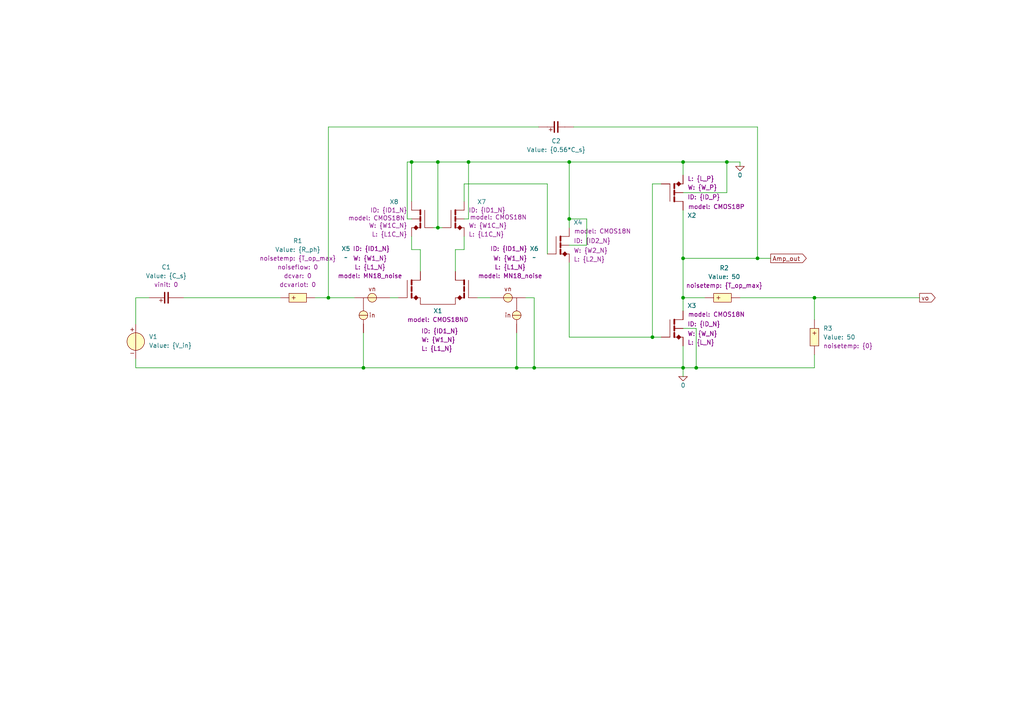
<source format=kicad_sch>
(kicad_sch (version 20250114) (generator "eeschema") (generator_version "9.0")
  (paper "A4")
  (lib_symbols
    (symbol "SLiCAP:C" (pin_numbers (hide yes)) (pin_names (offset 1.016) (hide yes))
      (property "Reference" "C?" (at 2.54 3.81 0))
      (property "Value" "?" (at 2.54 1.27 0) (show_name))
      (property "vinit" "0" (at 2.54 -1.27 0) (show_name))
      (symbol "C_0_0"
        (text "+" (at -0.762 1.651 0) (effects (font (size 1.27 1.27))))
      )
      (symbol "C_0_1"
        (polyline (pts (xy -1.524 0.508) (xy 1.524 0.508)) (stroke (width 0.381)))
        (polyline (pts (xy -1.524 -0.508) (xy 1.524 -0.508)) (stroke (width 0.381)))
        (polyline (pts (xy 0 2.54) (xy 0 0.508)))
        (polyline (pts (xy 0 -2.54) (xy 0 -0.508)))
      )
      (symbol "C_1_0"
        (pin passive line (at 0 5.08 270) (length 2.54) (name "1") (number "1"))
        (pin passive line (at 0 -5.08 90) (length 2.54) (name "2") (number "2"))
      )
    )
    (symbol "SLiCAP:GND" (power) (pin_numbers (hide yes)) (pin_names (offset 0) (hide yes))
      (property "Value" "0" (at 0 -2.54 0))
      (symbol "GND_0_1"
        (polyline (pts (xy -1.27 0) (xy 0 -1.27) (xy 1.27 0) (xy -1.27 0)))
      )
      (symbol "GND_1_1"
        (pin power_in line (at 0 0 0) (length 0) (name "~") (number "1"))
      )
    )
    (symbol "SLiCAP:M_noise" (pin_numbers (hide yes)) (pin_names (offset 0) (hide yes))
      (property "Reference" "X?" (at 2.54 9.525 0))
      (property "ID" "{ID}" (at 6.35 2.54 0) (show_name))
      (property "IG" "{IG}" (at 6.35 0 0) (show_name))
      (property "W" "{W}" (at 6.35 -2.54 0) (show_name))
      (property "L" "{L}" (at 6.35 -5.08 0) (show_name))
      (property "model" "?" (at 2.54 7.62 0) (show_name))
      (symbol "M_noise_0_0"
        (polyline (pts (xy -2.54 5.08) (xy -2.54 1.27)))
        (polyline (pts (xy -2.54 5.08) (xy 2.54 5.08)))
        (polyline (pts (xy -2.54 -1.27) (xy -2.54 -2.54)))
      )
      (symbol "M_noise_0_1"
        (polyline (pts (xy -3.81 0) (xy -1.27 0)))
      )
      (symbol "M_noise_1_0"
        (pin bidirectional line (at 5.08 5.08 180) (length 2.54) (name "int") (number "3"))
      )
      (symbol "M_noise_1_1"
        (circle (center -2.54 0) (radius 1.27) (fill (type background)))
        (circle (center 0 5.08) (radius 1.27) (fill (type background)))
        (text "vn" (at 0 7.62 0) (effects (font (size 1.27 1.27))))
        (text "in" (at 0 0 0) (effects (font (size 1.27 1.27))))
        (pin bidirectional line (at -5.08 5.08 0) (length 2.54) (name "ext") (number "1"))
        (pin bidirectional line (at -2.54 -5.08 90) (length 2.54) (name "comm") (number "2"))
      )
    )
    (symbol "SLiCAP:R" (pin_numbers (hide yes)) (pin_names (offset 1.016) (hide yes))
      (property "Reference" "R?" (at 1.905 3.81 0))
      (property "Value" "?" (at 1.905 1.905 0) (show_name))
      (property "noisetemp" "0" (at 1.905 0 0) (show_name))
      (property "noiseflow" "0" (at 15.24 0 0) (show_name))
      (property "dcvar" "0" (at 1.905 -1.905 0) (show_name))
      (property "dcvarlot" "0" (at 15.24 -1.905 0) (show_name))
      (symbol "R_0_0"
        (text "+" (at 0 1.27 0) (effects (font (size 1.27 1.27))))
      )
      (symbol "R_1_0"
        (pin passive line (at 0 5.08 270) (length 2.54) (name "1") (number "1"))
        (pin passive line (at 0 -5.08 90) (length 2.54) (name "2") (number "2"))
      )
      (symbol "R_1_1"
        (rectangle (start -1.27 2.54) (end 1.27 -2.54) (fill (type background)))
      )
    )
    (symbol "SLiCAP:V" (pin_numbers (hide yes)) (pin_names (offset 0) (hide yes))
      (property "Reference" "V?" (at 3.175 4.445 0))
      (property "Value" "?" (at 3.175 2.54 0) (show_name))
      (property "noise" "0" (at 3.175 -3.175 0) (show_name))
      (property "dc" "0" (at 3.175 0.635 0) (show_name))
      (property "dcvar" "0" (at 3.175 -1.27 0) (show_name))
      (symbol "V_0_0"
        (text "+" (at -1.016 3.556 0) (effects (font (size 1.27 1.27))))
        (text "-" (at -1.016 -3.302 0) (effects (font (size 1.27 1.27))))
        (pin power_out line (at 0 5.08 270) (length 2.54) (name "p") (number "1"))
        (pin power_out line (at 0 -5.08 90) (length 2.54) (name "n") (number "2"))
      )
      (symbol "V_0_1"
        (polyline (pts (xy 0 2.54) (xy 0 -2.54)))
      )
      (symbol "V_1_0"
        (circle (center 0 0) (radius 2.54) (fill (type background)))
      )
    )
    (symbol "SLiCAP:XM" (pin_numbers (hide yes)) (pin_names (offset 0) (hide yes))
      (property "Reference" "X?" (at 1.27 6.985 0))
      (property "model" "?" (at 1.27 5.08 0) (show_name))
      (property "W" "{W}" (at 1.27 -1.905 0) (show_name))
      (property "L" "{L}" (at 1.27 -4.445 0) (show_name))
      (property "ID" "{ID}" (at 1.27 2.54 0) (show_name))
      (symbol "XM_0_1"
        (polyline (pts (xy -3.81 -2.54) (xy -3.81 2.54)))
        (polyline (pts (xy -1.905 -2.54) (xy -1.27 -1.905) (xy -1.27 -3.175) (xy -1.905 -2.54)) (fill (type outline)))
        (polyline (pts (xy -0.635 -2.54) (xy -1.27 -1.905) (xy -1.27 -3.175) (xy -0.635 -2.54)) (fill (type outline)))
      )
      (symbol "XM_1_0"
        (pin unspecified line (at -6.35 -2.54 0) (length 2.54) (name "G") (number "2"))
        (pin unspecified line (at 0 5.08 270) (length 2.54) (name "D") (number "1"))
        (pin unspecified line (at 0 0 180) (length 2.54) (name "B") (number "4"))
        (pin unspecified line (at 0 -5.08 90) (length 2.54) (name "S") (number "3"))
      )
      (symbol "XM_1_1"
        (polyline (pts (xy -2.54 1.27) (xy -2.54 2.54)) (stroke (width 0.5)))
        (polyline (pts (xy -2.54 -0.635) (xy -2.54 0.635)) (stroke (width 0.5)))
        (polyline (pts (xy -2.54 -2.54) (xy -2.54 -1.27)) (stroke (width 0.5)))
        (polyline (pts (xy 0 2.54) (xy -2.54 2.54)))
        (polyline (pts (xy 0 -2.54) (xy -2.54 -2.54)))
      )
    )
    (symbol "SLiCAP:XMD" (pin_numbers (hide yes)) (pin_names (offset 0) (hide yes))
      (property "Reference" "X?" (at 1.905 1.27 0))
      (property "model" "?" (at 1.778 -1.016 0) (show_name))
      (property "W" "{W}" (at 15.24 1.905 0) (show_name))
      (property "L" "{L}" (at 15.24 -0.635 0) (show_name))
      (property "ID" "{ID}" (at 15.24 4.445 0) (show_name))
      (symbol "XMD_0_1"
        (polyline (pts (xy -3.81 -2.54) (xy -3.81 2.54)))
        (polyline (pts (xy -1.905 -2.54) (xy -1.27 -1.905) (xy -1.27 -3.175) (xy -1.905 -2.54)) (fill (type outline)))
        (polyline (pts (xy -0.635 -2.54) (xy -1.27 -1.905) (xy -1.27 -3.175) (xy -0.635 -2.54)) (fill (type outline)))
        (polyline (pts (xy 0 -2.54) (xy 0 -4.445) (xy 10.16 -4.445) (xy 10.16 -2.54)))
        (polyline (pts (xy 10.795 -2.54) (xy 11.43 -1.905) (xy 11.43 -3.175) (xy 10.795 -2.54)) (fill (type outline)))
        (polyline (pts (xy 12.065 -2.54) (xy 11.43 -1.905) (xy 11.43 -3.175) (xy 12.065 -2.54)) (fill (type outline)))
        (polyline (pts (xy 13.97 -2.54) (xy 13.97 2.54)))
      )
      (symbol "XMD_1_0"
        (pin unspecified line (at -6.35 -2.54 0) (length 2.54) (name "G1") (number "3"))
        (pin unspecified line (at 0 5.08 270) (length 2.54) (name "D1") (number "1"))
        (pin unspecified line (at 10.16 5.08 270) (length 2.54) (name "D2") (number "2"))
        (pin unspecified line (at 16.51 -2.54 180) (length 2.54) (name "G2") (number "4"))
      )
      (symbol "XMD_1_1"
        (polyline (pts (xy -2.54 1.27) (xy -2.54 2.54)) (stroke (width 0.5)))
        (polyline (pts (xy -2.54 -0.635) (xy -2.54 0.635)) (stroke (width 0.5)))
        (polyline (pts (xy -2.54 -2.54) (xy -2.54 -1.27)) (stroke (width 0.5)))
        (polyline (pts (xy 0 2.54) (xy -2.54 2.54)))
        (polyline (pts (xy 0 -2.54) (xy -2.54 -2.54)))
        (polyline (pts (xy 10.16 2.54) (xy 12.7 2.54)))
        (polyline (pts (xy 10.16 -2.54) (xy 12.7 -2.54)))
        (polyline (pts (xy 12.7 1.27) (xy 12.7 2.54)) (stroke (width 0.5)))
        (polyline (pts (xy 12.7 -0.635) (xy 12.7 0.635)) (stroke (width 0.5)))
        (polyline (pts (xy 12.7 -2.54) (xy 12.7 -1.27)) (stroke (width 0.5)))
      )
    )
  )
  (junction (at 127 46.99))
  (junction (at 127 66.04))
  (junction (at 201.93 106.68))
  (junction (at 219.71 74.93))
  (junction (at 135.89 46.99))
  (junction (at 198.12 86.36))
  (junction (at 198.12 74.93))
  (junction (at 165.1 63.5))
  (junction (at 198.12 46.99))
  (junction (at 165.1 46.99))
  (junction (at 119.38 46.99))
  (junction (at 198.12 106.68))
  (junction (at 154.94 106.68))
  (junction (at 236.22 86.36))
  (junction (at 189.23 97.79))
  (junction (at 210.82 46.99))
  (junction (at 105.41 106.68))
  (junction (at 95.25 86.36))
  (junction (at 149.86 106.68))
  (wire (pts (xy 154.94 106.68) (xy 198.12 106.68)))
  (wire (pts (xy 118.11 63.5) (xy 118.11 46.99)))
  (wire (pts (xy 236.22 86.36) (xy 266.7 86.36)))
  (wire (pts (xy 198.12 60.96) (xy 198.12 74.93)))
  (wire (pts (xy 214.63 48.26) (xy 214.63 46.99)))
  (wire (pts (xy 165.1 46.99) (xy 165.1 63.5)))
  (wire (pts (xy 154.94 86.36) (xy 154.94 106.68)))
  (wire (pts (xy 158.75 53.34) (xy 158.75 73.66)))
  (wire (pts (xy 198.12 106.68) (xy 198.12 109.22)))
  (wire (pts (xy 201.93 106.68) (xy 236.22 106.68)))
  (wire (pts (xy 127 46.99) (xy 135.89 46.99)))
  (wire (pts (xy 201.93 95.25) (xy 201.93 106.68)))
  (wire (pts (xy 214.63 86.36) (xy 236.22 86.36)))
  (wire (pts (xy 39.37 93.98) (xy 39.37 86.36)))
  (wire (pts (xy 134.62 72.39) (xy 134.62 68.58)))
  (wire (pts (xy 198.12 95.25) (xy 201.93 95.25)))
  (wire (pts (xy 198.12 86.36) (xy 204.47 86.36)))
  (wire (pts (xy 138.43 86.36) (xy 142.24 86.36)))
  (wire (pts (xy 132.08 72.39) (xy 134.62 72.39)))
  (wire (pts (xy 95.25 86.36) (xy 102.87 86.36)))
  (wire (pts (xy 198.12 74.93) (xy 198.12 86.36)))
  (wire (pts (xy 191.77 53.34) (xy 189.23 53.34)))
  (wire (pts (xy 219.71 36.83) (xy 219.71 74.93)))
  (wire (pts (xy 53.34 86.36) (xy 81.28 86.36)))
  (wire (pts (xy 165.1 97.79) (xy 189.23 97.79)))
  (wire (pts (xy 125.73 66.04) (xy 127 66.04)))
  (wire (pts (xy 134.62 53.34) (xy 158.75 53.34)))
  (wire (pts (xy 198.12 100.33) (xy 198.12 106.68)))
  (wire (pts (xy 121.92 72.39) (xy 119.38 72.39)))
  (wire (pts (xy 127 66.04) (xy 128.27 66.04)))
  (wire (pts (xy 236.22 86.36) (xy 236.22 92.71)))
  (wire (pts (xy 149.86 96.52) (xy 149.86 106.68)))
  (wire (pts (xy 105.41 96.52) (xy 105.41 106.68)))
  (wire (pts (xy 198.12 86.36) (xy 198.12 90.17)))
  (wire (pts (xy 170.18 63.5) (xy 165.1 63.5)))
  (wire (pts (xy 119.38 46.99) (xy 119.38 58.42)))
  (wire (pts (xy 210.82 46.99) (xy 214.63 46.99)))
  (wire (pts (xy 210.82 46.99) (xy 198.12 46.99)))
  (wire (pts (xy 91.44 86.36) (xy 95.25 86.36)))
  (wire (pts (xy 166.37 36.83) (xy 219.71 36.83)))
  (wire (pts (xy 113.03 86.36) (xy 115.57 86.36)))
  (wire (pts (xy 219.71 74.93) (xy 198.12 74.93)))
  (wire (pts (xy 105.41 106.68) (xy 149.86 106.68)))
  (wire (pts (xy 132.08 78.74) (xy 132.08 72.39)))
  (wire (pts (xy 121.92 78.74) (xy 121.92 72.39)))
  (wire (pts (xy 135.89 63.5) (xy 135.89 46.99)))
  (wire (pts (xy 135.89 46.99) (xy 165.1 46.99)))
  (wire (pts (xy 165.1 46.99) (xy 198.12 46.99)))
  (wire (pts (xy 152.4 86.36) (xy 154.94 86.36)))
  (wire (pts (xy 134.62 63.5) (xy 135.89 63.5)))
  (wire (pts (xy 223.52 74.93) (xy 219.71 74.93)))
  (wire (pts (xy 149.86 106.68) (xy 154.94 106.68)))
  (wire (pts (xy 119.38 72.39) (xy 119.38 68.58)))
  (wire (pts (xy 134.62 53.34) (xy 134.62 58.42)))
  (wire (pts (xy 189.23 97.79) (xy 191.77 97.79)))
  (wire (pts (xy 39.37 86.36) (xy 43.18 86.36)))
  (wire (pts (xy 119.38 46.99) (xy 127 46.99)))
  (wire (pts (xy 210.82 55.88) (xy 210.82 46.99)))
  (wire (pts (xy 198.12 106.68) (xy 201.93 106.68)))
  (wire (pts (xy 119.38 63.5) (xy 118.11 63.5)))
  (wire (pts (xy 198.12 46.99) (xy 198.12 50.8)))
  (wire (pts (xy 189.23 53.34) (xy 189.23 97.79)))
  (wire (pts (xy 198.12 55.88) (xy 210.82 55.88)))
  (wire (pts (xy 95.25 36.83) (xy 156.21 36.83)))
  (wire (pts (xy 118.11 46.99) (xy 119.38 46.99)))
  (wire (pts (xy 165.1 63.5) (xy 165.1 66.04)))
  (wire (pts (xy 170.18 71.12) (xy 170.18 63.5)))
  (wire (pts (xy 39.37 104.14) (xy 39.37 106.68)))
  (wire (pts (xy 39.37 106.68) (xy 105.41 106.68)))
  (wire (pts (xy 127 46.99) (xy 127 66.04)))
  (wire (pts (xy 95.25 36.83) (xy 95.25 86.36)))
  (wire (pts (xy 236.22 102.87) (xy 236.22 106.68)))
  (wire (pts (xy 170.18 71.12) (xy 165.1 71.12)))
  (wire (pts (xy 165.1 76.2) (xy 165.1 97.79)))
  (global_label "vo" (shape output) (at 266.7 86.36 0) (property "Intersheetrefs" "${INTERSHEET_REFS}" (effects (hide yes))))
  (global_label "Amp_out" (shape output) (at 223.52 74.93 0) (property "Intersheetrefs" "${INTERSHEET_REFS}" (effects (hide yes))))
  (symbol (lib_id "SLiCAP:C") (at 161.29 36.83 90) (unit 1)
    (property "Reference" "C2" (at 161.29 40.894 90))
    (property "Value" "{0.56*C_s}" (at 161.29 43.434 90) (show_name yes))
    (property "Description" "Capacitor" (effects (hide yes)))
    (property "model" "C" (effects (hide yes)))
    (property "vinit" "0" (effects (hide yes)))
  )
  (symbol (lib_id "SLiCAP:XM") (at 119.38 63.5 0) (mirror y) (unit 1)
    (property "Reference" "X8" (at 114.3 58.5468 0))
    (property "Description" "MOSFET (small-signal N or P channel subcircuit with parameters W,  L, and ID)" (effects (hide yes)))
    (property "model" "CMOS18N" (at 109.22 63.246 0) (show_name yes))
    (property "W" "{W1C_N}" (at 118.11 65.405 0) (show_name yes) (effects (justify left)))
    (property "L" "{L1C_N}" (at 118.11 67.945 0) (show_name yes) (effects (justify left)))
    (property "ID" "{ID1_N}" (at 118.11 60.96 0) (show_name yes) (effects (justify left)))
  )
  (symbol (lib_id "SLiCAP:GND") (at 198.12 109.22 0) (unit 1)
    (property "Reference" "#022" (effects (hide yes)))
    (property "Value" "0" (at 198.12 111.76 0))
    (property "Description" "0V reference potential" (effects (hide yes)))
  )
  (symbol (lib_id "SLiCAP:XM") (at 198.12 55.88 0) (mirror x) (unit 1)
    (property "Reference" "X2" (at 200.66 62.484 0))
    (property "Description" "MOSFET (small-signal N or P channel subcircuit with parameters W,  L, and ID)" (effects (hide yes)))
    (property "model" "CMOS18P" (at 207.772 59.944 0) (show_name yes))
    (property "W" "{W_P}" (at 199.39 54.356 0) (show_name yes) (effects (justify left)))
    (property "L" "{L_P}" (at 199.39 51.816 0) (show_name yes) (effects (justify left)))
    (property "ID" "{ID_P}" (at 199.39 57.15 0) (show_name yes) (effects (justify left)))
  )
  (symbol (lib_id "SLiCAP:C") (at 48.26 86.36 90) (unit 1)
    (property "Reference" "C1" (at 48.1937 77.47 90))
    (property "Value" "{C_s}" (at 48.1937 80.01 90) (show_name yes))
    (property "Description" "Capacitor" (effects (hide yes)))
    (property "model" "C" (effects (hide yes)))
    (property "vinit" "0" (at 48.1937 82.55 90) (show_name yes))
  )
  (symbol (lib_id "SLiCAP:XM") (at 198.12 95.25 0) (unit 1)
    (property "Reference" "X3" (at 200.66 88.646 0))
    (property "Description" "MOSFET (small-signal N or P channel subcircuit with parameters W,  L, and ID)" (effects (hide yes)))
    (property "model" "CMOS18N" (at 207.772 91.186 0) (show_name yes))
    (property "W" "{W_N}" (at 199.39 96.774 0) (show_name yes) (effects (justify left)))
    (property "L" "{L_N}" (at 199.39 99.314 0) (show_name yes) (effects (justify left)))
    (property "ID" "{ID_N}" (at 199.39 93.98 0) (show_name yes) (effects (justify left)))
  )
  (symbol (lib_id "SLiCAP:R") (at 236.22 97.79 0) (unit 1)
    (property "Reference" "R3" (at 238.76 95.2499 0) (effects (justify left)))
    (property "Value" "50" (at 238.76 97.7899 0) (show_name yes) (effects (justify left)))
    (property "Description" "Resistor (cannot have zero resistance)" (effects (hide yes)))
    (property "model" "R" (effects (hide yes)))
    (property "noisetemp" "{0}" (at 238.76 100.3299 0) (show_name yes) (effects (justify left)))
    (property "noiseflow" "0" (effects (hide yes)))
    (property "dcvar" "0" (effects (hide yes)))
    (property "dcvarlot" "0" (effects (hide yes)))
  )
  (symbol (lib_id "SLiCAP:XM") (at 134.62 63.5 0) (unit 1)
    (property "Reference" "X7" (at 139.7 58.5468 0))
    (property "Description" "MOSFET (small-signal N or P channel subcircuit with parameters W,  L, and ID)" (effects (hide yes)))
    (property "model" "CMOS18N" (at 144.526 62.992 0) (show_name yes))
    (property "W" "{W1C_N}" (at 135.89 65.405 0) (show_name yes) (effects (justify left)))
    (property "L" "{L1C_N}" (at 135.89 67.945 0) (show_name yes) (effects (justify left)))
    (property "ID" "{ID1_N}" (at 135.89 60.96 0) (show_name yes) (effects (justify left)))
  )
  (symbol (lib_id "SLiCAP:R") (at 86.36 86.36 90) (unit 1)
    (property "Reference" "R1" (at 86.36 69.85 90))
    (property "Value" "{R_ph}" (at 86.36 72.39 90) (show_name yes))
    (property "Description" "Resistor (cannot have zero resistance)" (effects (hide yes)))
    (property "model" "R" (effects (hide yes)))
    (property "noisetemp" "{T_op_max}" (at 86.36 74.93 90) (show_name yes))
    (property "noiseflow" "0" (at 86.36 77.47 90) (show_name yes))
    (property "dcvar" "0" (at 86.36 80.01 90) (show_name yes))
    (property "dcvarlot" "0" (at 86.36 82.55 90) (show_name yes))
  )
  (symbol (lib_id "SLiCAP:M_noise") (at 107.95 91.44 0) (unit 1)
    (property "Reference" "X5" (at 100.33 72.136 0))
    (property "Value" "~" (at 100.33 74.676 0))
    (property "Description" "Input-referred noise sources of a MOSFET (N or P channel, parameters W, L, ID, and IG)" (effects (hide yes)))
    (property "ID" "{ID1_N}" (at 107.696 72.136 0) (show_name yes))
    (property "IG" "{0}" (effects (hide yes)))
    (property "W" "{W1_N}" (at 107.315 74.93 0) (show_name yes))
    (property "L" "{L1_N}" (at 107.315 77.47 0) (show_name yes))
    (property "model" "MN18_noise" (at 107.315 80.01 0) (show_name yes))
  )
  (symbol (lib_id "SLiCAP:XM") (at 165.1 71.12 0) (unit 1)
    (property "Reference" "X4" (at 167.64 64.516 0))
    (property "Description" "MOSFET (small-signal N or P channel subcircuit with parameters W,  L, and ID)" (effects (hide yes)))
    (property "model" "CMOS18N" (at 174.752 67.056 0) (show_name yes))
    (property "W" "{W2_N}" (at 166.37 72.644 0) (show_name yes) (effects (justify left)))
    (property "L" "{L2_N}" (at 166.37 75.184 0) (show_name yes) (effects (justify left)))
    (property "ID" "{ID2_N}" (at 166.37 69.85 0) (show_name yes) (effects (justify left)))
  )
  (symbol (lib_id "SLiCAP:XMD") (at 121.92 83.82 0) (unit 1)
    (property "Reference" "X1" (at 127 90.17 0))
    (property "Description" "Differential-pair MOSFET (small-signal N or P channel subcircuit with parameters W,  L, and ID)" (effects (hide yes)))
    (property "model" "CMOS18ND" (at 127 92.71 0) (show_name yes))
    (property "W" "{W1_N}" (at 122.174 98.552 0) (show_name yes) (effects (justify left)))
    (property "L" "{L1_N}" (at 122.174 101.092 0) (show_name yes) (effects (justify left)))
    (property "ID" "{ID1_N}" (at 122.174 96.012 0) (show_name yes) (effects (justify left)))
  )
  (symbol (lib_id "SLiCAP:R") (at 209.55 86.36 90) (unit 1)
    (property "Reference" "R2" (at 210.058 77.724 90))
    (property "Value" "50" (at 210.058 80.264 90) (show_name yes))
    (property "Description" "Resistor (cannot have zero resistance)" (effects (hide yes)))
    (property "model" "R" (effects (hide yes)))
    (property "noisetemp" "{T_op_max}" (at 210.058 82.804 90) (show_name yes))
    (property "noiseflow" "0" (effects (hide yes)))
    (property "dcvar" "0" (effects (hide yes)))
    (property "dcvarlot" "0" (effects (hide yes)))
  )
  (symbol (lib_id "SLiCAP:M_noise") (at 147.32 91.44 0) (mirror y) (unit 1)
    (property "Reference" "X6" (at 154.94 72.136 0))
    (property "Value" "~" (at 154.94 74.676 0))
    (property "Description" "Input-referred noise sources of a MOSFET (N or P channel, parameters W, L, ID, and IG)" (effects (hide yes)))
    (property "ID" "{ID1_N}" (at 147.574 72.136 0) (show_name yes))
    (property "IG" "{0}" (effects (hide yes)))
    (property "W" "{W1_N}" (at 147.955 74.93 0) (show_name yes))
    (property "L" "{L1_N}" (at 147.955 77.47 0) (show_name yes))
    (property "model" "MN18_noise" (at 147.955 80.01 0) (show_name yes))
  )
  (symbol (lib_id "SLiCAP:GND") (at 214.63 48.26 0) (unit 1)
    (property "Reference" "#023" (effects (hide yes)))
    (property "Value" "0" (at 214.63 50.8 0))
    (property "Description" "0V reference potential" (effects (hide yes)))
  )
  (symbol (lib_id "SLiCAP:V") (at 39.37 99.06 0) (unit 1)
    (property "Reference" "V1" (at 43.18 97.6629 0) (effects (justify left)))
    (property "Value" "{V_in}" (at 43.18 100.2029 0) (show_name yes) (effects (justify left)))
    (property "Description" "Independent voltage source" (effects (hide yes)))
    (property "noise" "0" (effects (hide yes)))
    (property "dc" "0" (effects (hide yes)))
    (property "dcvar" "0" (effects (hide yes)))
    (property "model" "V" (effects (hide yes)))
  )
)
</source>
